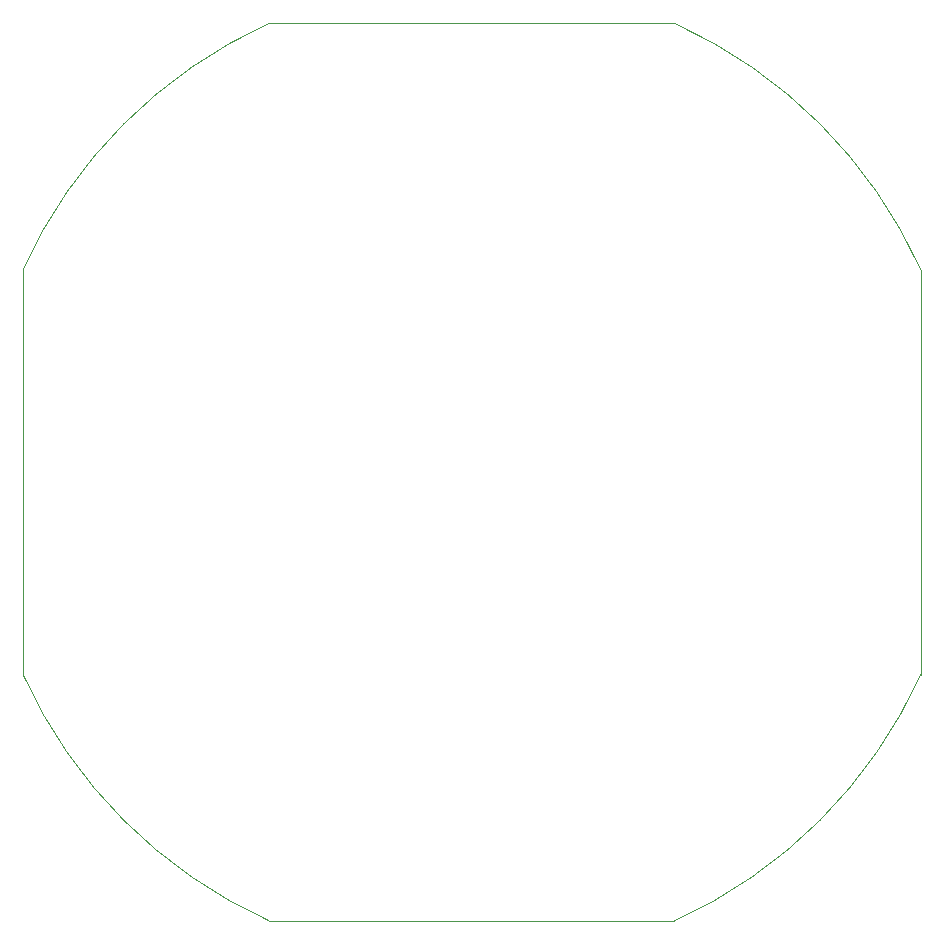
<source format=gm1>
G04 #@! TF.GenerationSoftware,KiCad,Pcbnew,7.0.8*
G04 #@! TF.CreationDate,2024-06-27T14:34:40-03:00*
G04 #@! TF.ProjectId,sensor_module,73656e73-6f72-45f6-9d6f-64756c652e6b,1.0*
G04 #@! TF.SameCoordinates,Original*
G04 #@! TF.FileFunction,Profile,NP*
%FSLAX46Y46*%
G04 Gerber Fmt 4.6, Leading zero omitted, Abs format (unit mm)*
G04 Created by KiCad (PCBNEW 7.0.8) date 2024-06-27 14:34:40*
%MOMM*%
%LPD*%
G01*
G04 APERTURE LIST*
G04 #@! TA.AperFunction,Profile*
%ADD10C,0.100000*%
G04 #@! TD*
G04 APERTURE END LIST*
D10*
X132714999Y-70458001D02*
G75*
G03*
X111860001Y-91313000I17145001J-37999999D01*
G01*
X167005000Y-146457998D02*
G75*
G03*
X187859998Y-125603000I-17145000J37999998D01*
G01*
X111860000Y-91313000D02*
X111860000Y-125603000D01*
X132715000Y-146458000D02*
X167005000Y-146458000D01*
X187860000Y-91313000D02*
X187860000Y-125603000D01*
X111860001Y-125603001D02*
G75*
G03*
X132715000Y-146457999I37999999J17145001D01*
G01*
X187859999Y-91312999D02*
G75*
G03*
X167005000Y-70458001I-37999999J-17145001D01*
G01*
X132715000Y-70458000D02*
X167005000Y-70458000D01*
M02*

</source>
